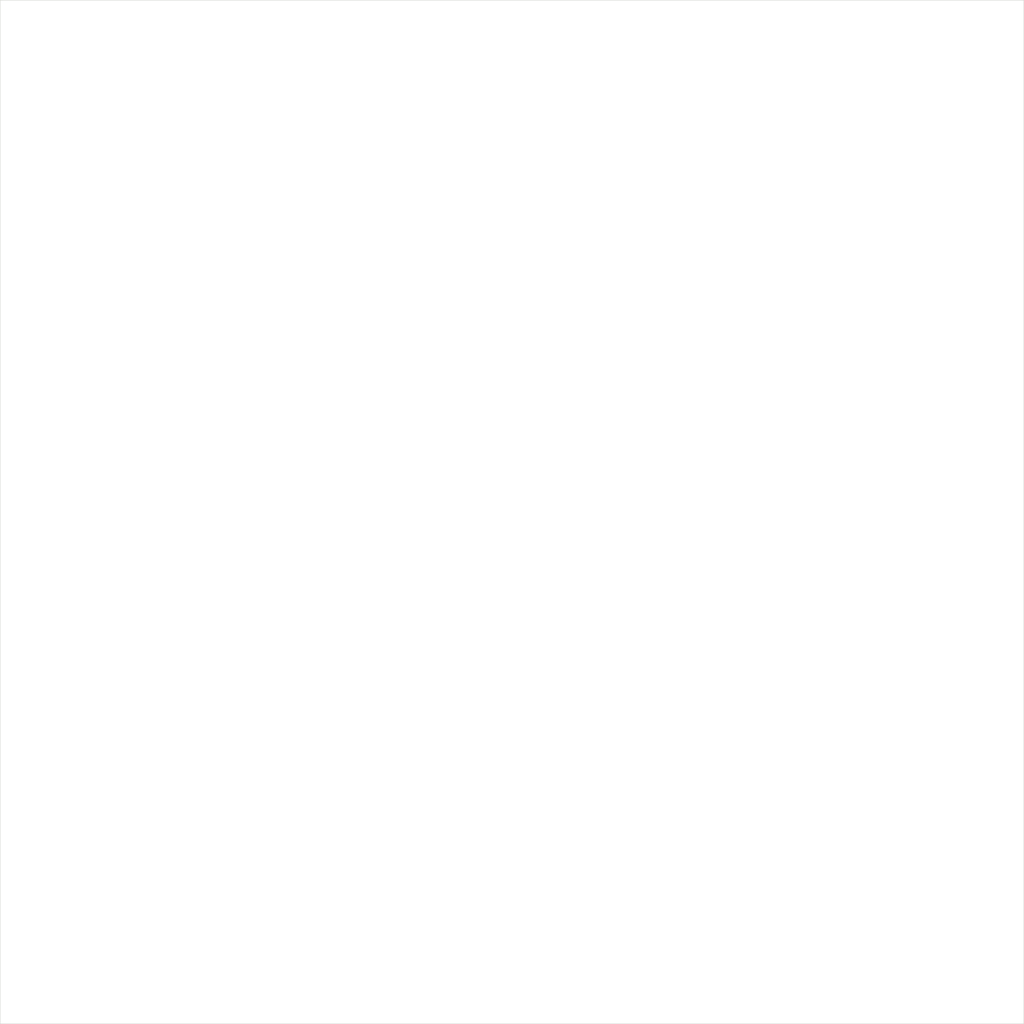
<source format=kicad_pcb>
(kicad_pcb (version 20201002) (generator pcbnew)

  (general
    (thickness 1.6)
  )

  (paper "A3")
  (title_block
    (title "Raspberry Pi CM4 - MicroATX Expansion Board")
    (date "2020-11-11")
    (rev "0.1")
    (company "Oliver Møller")
  )

  (layers
    (0 "F.Cu" signal)
    (31 "B.Cu" signal)
    (32 "B.Adhes" user "B.Adhesive")
    (33 "F.Adhes" user "F.Adhesive")
    (34 "B.Paste" user)
    (35 "F.Paste" user)
    (36 "B.SilkS" user "B.Silkscreen")
    (37 "F.SilkS" user "F.Silkscreen")
    (38 "B.Mask" user)
    (39 "F.Mask" user)
    (40 "Dwgs.User" user "User.Drawings")
    (41 "Cmts.User" user "User.Comments")
    (42 "Eco1.User" user "User.Eco1")
    (43 "Eco2.User" user "User.Eco2")
    (44 "Edge.Cuts" user)
    (45 "Margin" user)
    (46 "B.CrtYd" user "B.Courtyard")
    (47 "F.CrtYd" user "F.Courtyard")
    (48 "B.Fab" user)
    (49 "F.Fab" user)
    (50 "User.1" user)
    (51 "User.2" user)
    (52 "User.3" user)
    (53 "User.4" user)
    (54 "User.5" user)
    (55 "User.6" user)
    (56 "User.7" user)
    (57 "User.8" user)
    (58 "User.9" user)
  )

  (setup
    (pcbplotparams
      (layerselection 0x00010fc_ffffffff)
      (disableapertmacros false)
      (usegerberextensions false)
      (usegerberattributes true)
      (usegerberadvancedattributes true)
      (creategerberjobfile true)
      (svguseinch false)
      (svgprecision 6)
      (excludeedgelayer true)
      (plotframeref false)
      (viasonmask false)
      (mode 1)
      (useauxorigin false)
      (hpglpennumber 1)
      (hpglpenspeed 20)
      (hpglpendiameter 15.000000)
      (psnegative false)
      (psa4output false)
      (plotreference true)
      (plotvalue true)
      (plotinvisibletext false)
      (sketchpadsonfab false)
      (subtractmaskfromsilk false)
      (outputformat 1)
      (mirror false)
      (drillshape 1)
      (scaleselection 1)
      (outputdirectory "")
    )
  )


  (net 0 "")

  (gr_rect (start 24.18 267.23) (end 268.18 23.23) (layer "Edge.Cuts") (width 0.1) (tstamp 7c4cabf5-60cd-43b1-b0e8-6cb426935b6a))

)

</source>
